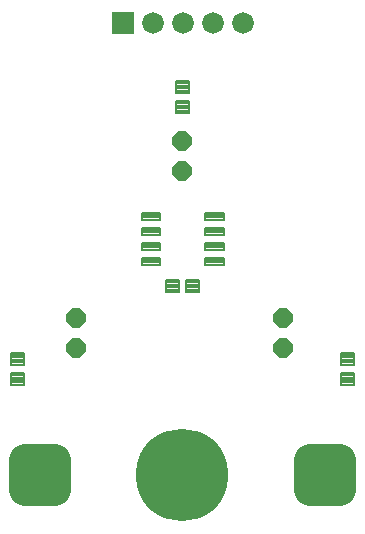
<source format=gbs>
G75*
G70*
%OFA0B0*%
%FSLAX24Y24*%
%IPPOS*%
%LPD*%
%AMOC8*
5,1,8,0,0,1.08239X$1,22.5*
%
%ADD10C,0.0082*%
%ADD11C,0.0081*%
%ADD12C,0.1082*%
%ADD13C,0.3080*%
%ADD14OC8,0.0640*%
%ADD15R,0.0720X0.0720*%
%ADD16C,0.0720*%
D10*
X009249Y011105D02*
X009249Y011339D01*
X009249Y011105D02*
X008641Y011105D01*
X008641Y011339D01*
X009249Y011339D01*
X009249Y011186D02*
X008641Y011186D01*
X008641Y011267D02*
X009249Y011267D01*
X009249Y011605D02*
X009249Y011839D01*
X009249Y011605D02*
X008641Y011605D01*
X008641Y011839D01*
X009249Y011839D01*
X009249Y011686D02*
X008641Y011686D01*
X008641Y011767D02*
X009249Y011767D01*
X009249Y012105D02*
X009249Y012339D01*
X009249Y012105D02*
X008641Y012105D01*
X008641Y012339D01*
X009249Y012339D01*
X009249Y012186D02*
X008641Y012186D01*
X008641Y012267D02*
X009249Y012267D01*
X009249Y012605D02*
X009249Y012839D01*
X009249Y012605D02*
X008641Y012605D01*
X008641Y012839D01*
X009249Y012839D01*
X009249Y012686D02*
X008641Y012686D01*
X008641Y012767D02*
X009249Y012767D01*
X011375Y012839D02*
X011375Y012605D01*
X010767Y012605D01*
X010767Y012839D01*
X011375Y012839D01*
X011375Y012686D02*
X010767Y012686D01*
X010767Y012767D02*
X011375Y012767D01*
X011375Y012339D02*
X011375Y012105D01*
X010767Y012105D01*
X010767Y012339D01*
X011375Y012339D01*
X011375Y012186D02*
X010767Y012186D01*
X010767Y012267D02*
X011375Y012267D01*
X011375Y011839D02*
X011375Y011605D01*
X010767Y011605D01*
X010767Y011839D01*
X011375Y011839D01*
X011375Y011686D02*
X010767Y011686D01*
X010767Y011767D02*
X011375Y011767D01*
X011375Y011339D02*
X011375Y011105D01*
X010767Y011105D01*
X010767Y011339D01*
X011375Y011339D01*
X011375Y011186D02*
X010767Y011186D01*
X010767Y011267D02*
X011375Y011267D01*
D11*
X010554Y010200D02*
X010122Y010200D01*
X010122Y010594D01*
X010554Y010594D01*
X010554Y010200D01*
X010554Y010280D02*
X010122Y010280D01*
X010122Y010360D02*
X010554Y010360D01*
X010554Y010440D02*
X010122Y010440D01*
X010122Y010520D02*
X010554Y010520D01*
X009885Y010200D02*
X009453Y010200D01*
X009453Y010594D01*
X009885Y010594D01*
X009885Y010200D01*
X009885Y010280D02*
X009453Y010280D01*
X009453Y010360D02*
X009885Y010360D01*
X009885Y010440D02*
X009453Y010440D01*
X009453Y010520D02*
X009885Y010520D01*
X004708Y008173D02*
X004708Y007779D01*
X004276Y007779D01*
X004276Y008173D01*
X004708Y008173D01*
X004708Y007859D02*
X004276Y007859D01*
X004276Y007939D02*
X004708Y007939D01*
X004708Y008019D02*
X004276Y008019D01*
X004276Y008099D02*
X004708Y008099D01*
X004708Y007504D02*
X004708Y007110D01*
X004276Y007110D01*
X004276Y007504D01*
X004708Y007504D01*
X004708Y007190D02*
X004276Y007190D01*
X004276Y007270D02*
X004708Y007270D01*
X004708Y007350D02*
X004276Y007350D01*
X004276Y007430D02*
X004708Y007430D01*
X015732Y007504D02*
X015732Y007110D01*
X015300Y007110D01*
X015300Y007504D01*
X015732Y007504D01*
X015732Y007190D02*
X015300Y007190D01*
X015300Y007270D02*
X015732Y007270D01*
X015732Y007350D02*
X015300Y007350D01*
X015300Y007430D02*
X015732Y007430D01*
X015732Y007779D02*
X015732Y008173D01*
X015732Y007779D02*
X015300Y007779D01*
X015300Y008173D01*
X015732Y008173D01*
X015732Y007859D02*
X015300Y007859D01*
X015300Y007939D02*
X015732Y007939D01*
X015732Y008019D02*
X015300Y008019D01*
X015300Y008099D02*
X015732Y008099D01*
X009788Y016165D02*
X009788Y016559D01*
X010220Y016559D01*
X010220Y016165D01*
X009788Y016165D01*
X009788Y016245D02*
X010220Y016245D01*
X010220Y016325D02*
X009788Y016325D01*
X009788Y016405D02*
X010220Y016405D01*
X010220Y016485D02*
X009788Y016485D01*
X009788Y016834D02*
X009788Y017228D01*
X010220Y017228D01*
X010220Y016834D01*
X009788Y016834D01*
X009788Y016914D02*
X010220Y016914D01*
X010220Y016994D02*
X009788Y016994D01*
X009788Y017074D02*
X010220Y017074D01*
X010220Y017154D02*
X009788Y017154D01*
D12*
X005753Y004597D02*
X004755Y004597D01*
X005753Y004597D02*
X005753Y003599D01*
X004755Y003599D01*
X004755Y004597D01*
X014255Y004597D02*
X015253Y004597D01*
X015253Y003599D01*
X014255Y003599D01*
X014255Y004597D01*
D13*
X010004Y004098D03*
D14*
X013350Y008323D03*
X013350Y009323D03*
X006460Y009323D03*
X006460Y008323D03*
X010004Y014228D03*
X010004Y015228D03*
D15*
X008025Y019157D03*
D16*
X009025Y019157D03*
X010025Y019157D03*
X011025Y019157D03*
X012025Y019157D03*
M02*

</source>
